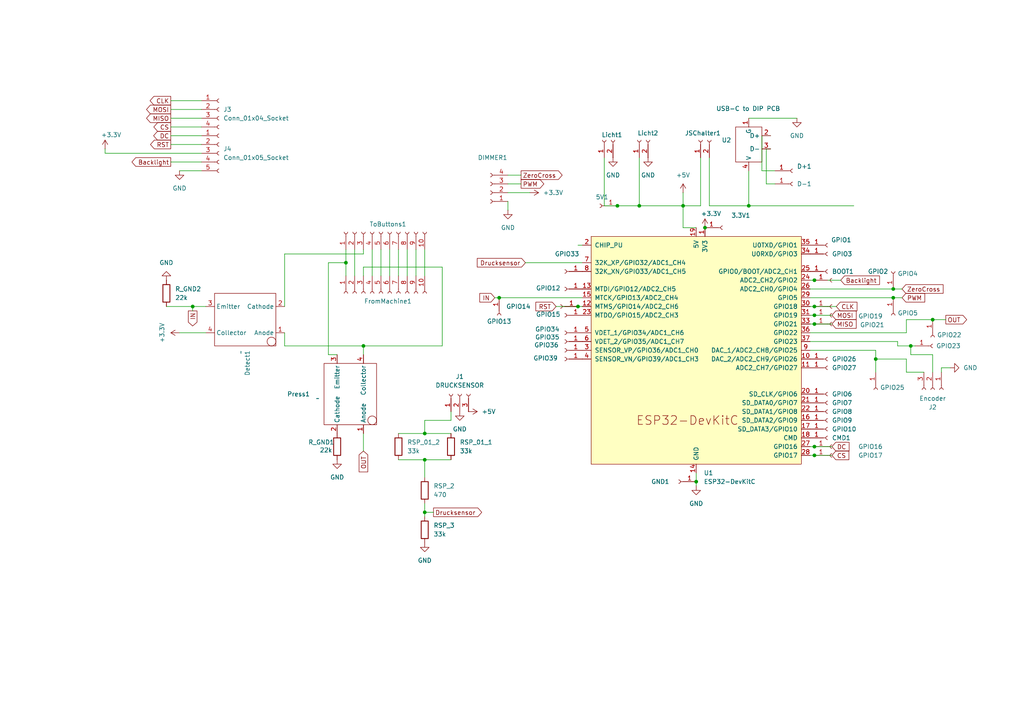
<source format=kicad_sch>
(kicad_sch (version 20231120) (generator "eeschema") (generator_version "8.0")
  (paper "A4")
  (lib_symbols
    (symbol "Connector:Conn_01x01_Socket" (pin_names (offset 1.016) hide)
      (property "Reference" "J" (at 0 2.54 0))
      (property "Value" "Conn_01x01_Socket" (at 0 -2.54 0))
      (symbol "Conn_01x01_Socket_1_1"
        (polyline (pts (xy -1.27 0) (xy -0.508 0)) (stroke (width 0.1524)))
        (arc (start 0 0.508) (mid -0.5058 0) (end 0 -0.508) (stroke (width 0.1524)))
        (pin passive line (at -5.08 0 0) (length 3.81) (name "Pin_1") (number "1"))
      )
    )
    (symbol "Connector:Conn_01x02_Socket" (pin_names (offset 1.016) hide)
      (property "Reference" "J" (at 0 2.54 0))
      (property "Value" "Conn_01x02_Socket" (at 0 -5.08 0))
      (symbol "Conn_01x02_Socket_1_1"
        (arc (start 0 -2.032) (mid -0.5058 -2.54) (end 0 -3.048) (stroke (width 0.1524)))
        (polyline (pts (xy -1.27 -2.54) (xy -0.508 -2.54)) (stroke (width 0.1524)))
        (polyline (pts (xy -1.27 0) (xy -0.508 0)) (stroke (width 0.1524)))
        (arc (start 0 0.508) (mid -0.5058 0) (end 0 -0.508) (stroke (width 0.1524)))
        (pin passive line (at -5.08 0 0) (length 3.81) (name "Pin_1") (number "1"))
        (pin passive line (at -5.08 -2.54 0) (length 3.81) (name "Pin_2") (number "2"))
      )
    )
    (symbol "Connector:Conn_01x03_Socket" (pin_names (offset 1.016) hide)
      (property "Reference" "J" (at 0 5.08 0))
      (property "Value" "Conn_01x03_Socket" (at 0 -5.08 0))
      (symbol "Conn_01x03_Socket_1_1"
        (arc (start 0 -2.032) (mid -0.5058 -2.54) (end 0 -3.048) (stroke (width 0.1524)))
        (polyline (pts (xy -1.27 -2.54) (xy -0.508 -2.54)) (stroke (width 0.1524)))
        (polyline (pts (xy -1.27 0) (xy -0.508 0)) (stroke (width 0.1524)))
        (polyline (pts (xy -1.27 2.54) (xy -0.508 2.54)) (stroke (width 0.1524)))
        (arc (start 0 0.508) (mid -0.5058 0) (end 0 -0.508) (stroke (width 0.1524)))
        (arc (start 0 3.048) (mid -0.5058 2.54) (end 0 2.032) (stroke (width 0.1524)))
        (pin passive line (at -5.08 2.54 0) (length 3.81) (name "Pin_1") (number "1"))
        (pin passive line (at -5.08 0 0) (length 3.81) (name "Pin_2") (number "2"))
        (pin passive line (at -5.08 -2.54 0) (length 3.81) (name "Pin_3") (number "3"))
      )
    )
    (symbol "Connector:Conn_01x04_Socket" (pin_names (offset 1.016) hide)
      (property "Reference" "J" (at 0 5.08 0))
      (property "Value" "Conn_01x04_Socket" (at 0 -7.62 0))
      (symbol "Conn_01x04_Socket_1_1"
        (arc (start 0 -4.572) (mid -0.5058 -5.08) (end 0 -5.588) (stroke (width 0.1524)))
        (arc (start 0 -2.032) (mid -0.5058 -2.54) (end 0 -3.048) (stroke (width 0.1524)))
        (polyline (pts (xy -1.27 -5.08) (xy -0.508 -5.08)) (stroke (width 0.1524)))
        (polyline (pts (xy -1.27 -2.54) (xy -0.508 -2.54)) (stroke (width 0.1524)))
        (polyline (pts (xy -1.27 0) (xy -0.508 0)) (stroke (width 0.1524)))
        (polyline (pts (xy -1.27 2.54) (xy -0.508 2.54)) (stroke (width 0.1524)))
        (arc (start 0 0.508) (mid -0.5058 0) (end 0 -0.508) (stroke (width 0.1524)))
        (arc (start 0 3.048) (mid -0.5058 2.54) (end 0 2.032) (stroke (width 0.1524)))
        (pin passive line (at -5.08 2.54 0) (length 3.81) (name "Pin_1") (number "1"))
        (pin passive line (at -5.08 0 0) (length 3.81) (name "Pin_2") (number "2"))
        (pin passive line (at -5.08 -2.54 0) (length 3.81) (name "Pin_3") (number "3"))
        (pin passive line (at -5.08 -5.08 0) (length 3.81) (name "Pin_4") (number "4"))
      )
    )
    (symbol "Connector:Conn_01x05_Socket" (pin_names (offset 1.016) hide)
      (property "Reference" "J" (at 0 7.62 0))
      (property "Value" "Conn_01x05_Socket" (at 0 -7.62 0))
      (symbol "Conn_01x05_Socket_1_1"
        (arc (start 0 -4.572) (mid -0.5058 -5.08) (end 0 -5.588) (stroke (width 0.1524)))
        (arc (start 0 -2.032) (mid -0.5058 -2.54) (end 0 -3.048) (stroke (width 0.1524)))
        (polyline (pts (xy -1.27 -5.08) (xy -0.508 -5.08)) (stroke (width 0.1524)))
        (polyline (pts (xy -1.27 -2.54) (xy -0.508 -2.54)) (stroke (width 0.1524)))
        (polyline (pts (xy -1.27 0) (xy -0.508 0)) (stroke (width 0.1524)))
        (polyline (pts (xy -1.27 2.54) (xy -0.508 2.54)) (stroke (width 0.1524)))
        (polyline (pts (xy -1.27 5.08) (xy -0.508 5.08)) (stroke (width 0.1524)))
        (arc (start 0 0.508) (mid -0.5058 0) (end 0 -0.508) (stroke (width 0.1524)))
        (arc (start 0 3.048) (mid -0.5058 2.54) (end 0 2.032) (stroke (width 0.1524)))
        (arc (start 0 5.588) (mid -0.5058 5.08) (end 0 4.572) (stroke (width 0.1524)))
        (pin passive line (at -5.08 5.08 0) (length 3.81) (name "Pin_1") (number "1"))
        (pin passive line (at -5.08 2.54 0) (length 3.81) (name "Pin_2") (number "2"))
        (pin passive line (at -5.08 0 0) (length 3.81) (name "Pin_3") (number "3"))
        (pin passive line (at -5.08 -2.54 0) (length 3.81) (name "Pin_4") (number "4"))
        (pin passive line (at -5.08 -5.08 0) (length 3.81) (name "Pin_5") (number "5"))
      )
    )
    (symbol "Connector:Conn_01x10_Socket" (pin_names (offset 1.016) hide)
      (property "Reference" "J" (at 0 12.7 0))
      (property "Value" "Conn_01x10_Socket" (at 0 -15.24 0))
      (symbol "Conn_01x10_Socket_1_1"
        (arc (start 0 -12.192) (mid -0.5058 -12.7) (end 0 -13.208) (stroke (width 0.1524)))
        (arc (start 0 -9.652) (mid -0.5058 -10.16) (end 0 -10.668) (stroke (width 0.1524)))
        (arc (start 0 -7.112) (mid -0.5058 -7.62) (end 0 -8.128) (stroke (width 0.1524)))
        (arc (start 0 -4.572) (mid -0.5058 -5.08) (end 0 -5.588) (stroke (width 0.1524)))
        (arc (start 0 -2.032) (mid -0.5058 -2.54) (end 0 -3.048) (stroke (width 0.1524)))
        (polyline (pts (xy -1.27 -12.7) (xy -0.508 -12.7)) (stroke (width 0.1524)))
        (polyline (pts (xy -1.27 -10.16) (xy -0.508 -10.16)) (stroke (width 0.1524)))
        (polyline (pts (xy -1.27 -7.62) (xy -0.508 -7.62)) (stroke (width 0.1524)))
        (polyline (pts (xy -1.27 -5.08) (xy -0.508 -5.08)) (stroke (width 0.1524)))
        (polyline (pts (xy -1.27 -2.54) (xy -0.508 -2.54)) (stroke (width 0.1524)))
        (polyline (pts (xy -1.27 0) (xy -0.508 0)) (stroke (width 0.1524)))
        (polyline (pts (xy -1.27 2.54) (xy -0.508 2.54)) (stroke (width 0.1524)))
        (polyline (pts (xy -1.27 5.08) (xy -0.508 5.08)) (stroke (width 0.1524)))
        (polyline (pts (xy -1.27 7.62) (xy -0.508 7.62)) (stroke (width 0.1524)))
        (polyline (pts (xy -1.27 10.16) (xy -0.508 10.16)) (stroke (width 0.1524)))
        (arc (start 0 0.508) (mid -0.5058 0) (end 0 -0.508) (stroke (width 0.1524)))
        (arc (start 0 3.048) (mid -0.5058 2.54) (end 0 2.032) (stroke (width 0.1524)))
        (arc (start 0 5.588) (mid -0.5058 5.08) (end 0 4.572) (stroke (width 0.1524)))
        (arc (start 0 8.128) (mid -0.5058 7.62) (end 0 7.112) (stroke (width 0.1524)))
        (arc (start 0 10.668) (mid -0.5058 10.16) (end 0 9.652) (stroke (width 0.1524)))
        (pin passive line (at -5.08 10.16 0) (length 3.81) (name "Pin_1") (number "1"))
        (pin passive line (at -5.08 -12.7 0) (length 3.81) (name "Pin_10") (number "10"))
        (pin passive line (at -5.08 7.62 0) (length 3.81) (name "Pin_2") (number "2"))
        (pin passive line (at -5.08 5.08 0) (length 3.81) (name "Pin_3") (number "3"))
        (pin passive line (at -5.08 2.54 0) (length 3.81) (name "Pin_4") (number "4"))
        (pin passive line (at -5.08 0 0) (length 3.81) (name "Pin_5") (number "5"))
        (pin passive line (at -5.08 -2.54 0) (length 3.81) (name "Pin_6") (number "6"))
        (pin passive line (at -5.08 -5.08 0) (length 3.81) (name "Pin_7") (number "7"))
        (pin passive line (at -5.08 -7.62 0) (length 3.81) (name "Pin_8") (number "8"))
        (pin passive line (at -5.08 -10.16 0) (length 3.81) (name "Pin_9") (number "9"))
      )
    )
    (symbol "Device:R" (pin_numbers hide) (pin_names (offset 0))
      (property "Reference" "R" (at 2.032 0 90))
      (property "Value" "R" (at 0 0 90))
      (symbol "R_0_1"
        (rectangle (start -1.016 -2.54) (end 1.016 2.54) (stroke (width 0.254)))
      )
      (symbol "R_1_1"
        (pin passive line (at 0 3.81 270) (length 1.27) (name "~") (number "1"))
        (pin passive line (at 0 -3.81 90) (length 1.27) (name "~") (number "2"))
      )
    )
    (symbol "PCM_Espressif:ESP32-DevKitC" (pin_names (offset 1.016))
      (property "Reference" "U" (at -30.48 38.1 0))
      (property "Value" "ESP32-DevKitC" (at -30.48 35.56 0))
      (symbol "ESP32-DevKitC_0_0"
        (text "ESP32-DevKitC" (at -2.54 -20.32 0) (effects (font (size 2.54 2.54))))
        (pin power_in line (at 0 -35.56 90) (length 2.54) (name "GND") (number "14"))
        (pin power_in line (at 0 35.56 270) (length 2.54) (name "5V") (number "19"))
      )
      (symbol "ESP32-DevKitC_0_1"
        (rectangle (start -30.48 33.02) (end 30.48 -33.02) (fill (type background)))
      )
      (symbol "ESP32-DevKitC_1_1"
        (pin power_in line (at 2.54 35.56 270) (length 2.54) (name "3V3") (number "1"))
        (pin bidirectional line (at 33.02 -2.54 180) (length 2.54) (name "DAC_2/ADC2_CH9/GPIO26") (number "10"))
        (pin bidirectional line (at 33.02 -5.08 180) (length 2.54) (name "ADC2_CH7/GPIO27") (number "11"))
        (pin bidirectional line (at -33.02 12.7 0) (length 2.54) (name "MTMS/GPIO14/ADC2_CH6") (number "12"))
        (pin bidirectional line (at -33.02 17.78 0) (length 2.54) (name "MTDI/GPIO12/ADC2_CH5") (number "13"))
        (pin bidirectional line (at -33.02 15.24 0) (length 2.54) (name "MTCK/GPIO13/ADC2_CH4") (number "15"))
        (pin bidirectional line (at 33.02 -20.32 180) (length 2.54) (name "SD_DATA2/GPIO9") (number "16"))
        (pin bidirectional line (at 33.02 -22.86 180) (length 2.54) (name "SD_DATA3/GPIO10") (number "17"))
        (pin bidirectional line (at 33.02 -25.4 180) (length 2.54) (name "CMD") (number "18"))
        (pin input line (at -33.02 30.48 0) (length 2.54) (name "CHIP_PU") (number "2"))
        (pin bidirectional line (at 33.02 -12.7 180) (length 2.54) (name "SD_CLK/GPIO6") (number "20"))
        (pin bidirectional line (at 33.02 -15.24 180) (length 2.54) (name "SD_DATA0/GPIO7") (number "21"))
        (pin bidirectional line (at 33.02 -17.78 180) (length 2.54) (name "SD_DATA1/GPIO8") (number "22"))
        (pin bidirectional line (at -33.02 10.16 0) (length 2.54) (name "MTDO/GPIO15/ADC2_CH3") (number "23"))
        (pin bidirectional line (at 33.02 20.32 180) (length 2.54) (name "ADC2_CH2/GPIO2") (number "24"))
        (pin bidirectional line (at 33.02 22.86 180) (length 2.54) (name "GPIO0/BOOT/ADC2_CH1") (number "25"))
        (pin bidirectional line (at 33.02 17.78 180) (length 2.54) (name "ADC2_CH0/GPIO4") (number "26"))
        (pin bidirectional line (at 33.02 -27.94 180) (length 2.54) (name "GPIO16") (number "27"))
        (pin bidirectional line (at 33.02 -30.48 180) (length 2.54) (name "GPIO17") (number "28"))
        (pin bidirectional line (at 33.02 15.24 180) (length 2.54) (name "GPIO5") (number "29"))
        (pin input line (at -33.02 0 0) (length 2.54) (name "SENSOR_VP/GPIO36/ADC1_CH0") (number "3"))
        (pin bidirectional line (at 33.02 12.7 180) (length 2.54) (name "GPIO18") (number "30"))
        (pin bidirectional line (at 33.02 10.16 180) (length 2.54) (name "GPIO19") (number "31"))
        (pin passive line (at 0 -35.56 90) (length 2.54) hide (name "GND") (number "32"))
        (pin bidirectional line (at 33.02 7.62 180) (length 2.54) (name "GPIO21") (number "33"))
        (pin bidirectional line (at 33.02 27.94 180) (length 2.54) (name "U0RXD/GPIO3") (number "34"))
        (pin bidirectional line (at 33.02 30.48 180) (length 2.54) (name "U0TXD/GPIO1") (number "35"))
        (pin bidirectional line (at 33.02 5.08 180) (length 2.54) (name "GPIO22") (number "36"))
        (pin bidirectional line (at 33.02 2.54 180) (length 2.54) (name "GPIO23") (number "37"))
        (pin passive line (at 0 -35.56 90) (length 2.54) hide (name "GND") (number "38"))
        (pin input line (at -33.02 -2.54 0) (length 2.54) (name "SENSOR_VN/GPIO39/ADC1_CH3") (number "4"))
        (pin input line (at -33.02 5.08 0) (length 2.54) (name "VDET_1/GPIO34/ADC1_CH6") (number "5"))
        (pin input line (at -33.02 2.54 0) (length 2.54) (name "VDET_2/GPIO35/ADC1_CH7") (number "6"))
        (pin bidirectional line (at -33.02 25.4 0) (length 2.54) (name "32K_XP/GPIO32/ADC1_CH4") (number "7"))
        (pin bidirectional line (at -33.02 22.86 0) (length 2.54) (name "32K_XN/GPIO33/ADC1_CH5") (number "8"))
        (pin bidirectional line (at 33.02 0 180) (length 2.54) (name "DAC_1/ADC2_CH8/GPIO25") (number "9"))
      )
    )
    (symbol "mylib:HCPL-817-00AEOPTOKOPPLER"
      (property "Reference" "U" (at -5.334 12.192 0))
      (symbol "HCPL-817-00AEOPTOKOPPLER_0_1"
        (circle (center -11.43 -5.08) (radius 1.27))
        (rectangle (start 2.54 -6.35) (end -12.7 11.43))
      )
      (symbol "HCPL-817-00AEOPTOKOPPLER_1_1"
        (pin input line (at -8.89 -8.89 90) (length 2.54) (name "Anode") (number "1"))
        (pin output line (at -1.27 -8.89 90) (length 2.54) (name "Cathode") (number "2"))
        (pin output line (at -1.27 13.97 270) (length 2.54) (name "Emitter") (number "3"))
        (pin input line (at -8.89 13.97 270) (length 2.54) (name "Collector") (number "4"))
      )
    )
    (symbol "mylib:USB-C_zu_DIP_PCB"
      (property "Reference" "U" (at 0 0 0))
      (property "Value" "USB-C to DIP PCB" (at 13.462 0 0))
      (symbol "USB-C_zu_DIP_PCB_0_1"
        (rectangle (start -3.81 5.08) (end 3.81 -5.08))
      )
      (symbol "USB-C_zu_DIP_PCB_1_1"
        (pin power_out line (at 0 -7.62 90) (length 2.54) (name "G") (number "1"))
        (pin input line (at -6.35 -2.54 0) (length 2.54) (name "D+") (number "2"))
        (pin input line (at -6.35 1.27 0) (length 2.54) (name "D-") (number "3"))
        (pin power_out line (at 0 7.62 270) (length 2.54) (name "V") (number "4"))
      )
    )
    (symbol "power:+3.3V" (power) (pin_numbers hide) (pin_names (offset 0) hide)
      (property "Value" "+3.3V" (at 0 3.556 0))
      (symbol "+3.3V_0_1"
        (polyline (pts (xy -0.762 1.27) (xy 0 2.54)))
        (polyline (pts (xy 0 0) (xy 0 2.54)))
        (polyline (pts (xy 0 2.54) (xy 0.762 1.27)))
      )
      (symbol "+3.3V_1_1"
        (pin power_in line (at 0 0 90) (length 0) (name "~") (number "1"))
      )
    )
    (symbol "power:+5V" (power) (pin_numbers hide) (pin_names (offset 0) hide)
      (property "Value" "+5V" (at 0 3.556 0))
      (symbol "+5V_0_1"
        (polyline (pts (xy -0.762 1.27) (xy 0 2.54)))
        (polyline (pts (xy 0 0) (xy 0 2.54)))
        (polyline (pts (xy 0 2.54) (xy 0.762 1.27)))
      )
      (symbol "+5V_1_1"
        (pin power_in line (at 0 0 90) (length 0) (name "~") (number "1"))
      )
    )
    (symbol "power:GND" (power) (pin_numbers hide) (pin_names (offset 0) hide)
      (property "Value" "GND" (at 0 -3.81 0))
      (symbol "GND_0_1"
        (polyline (pts (xy 0 0) (xy 0 -1.27) (xy 1.27 -1.27) (xy 0 -2.54) (xy -1.27 -1.27) (xy 0 -1.27)))
      )
      (symbol "GND_1_1"
        (pin power_in line (at 0 0 270) (length 0) (name "~") (number "1"))
      )
    )
  )
  (junction (at 236.22 88.9))
  (junction (at 185.42 59.69))
  (junction (at 236.22 81.28))
  (junction (at 236.22 132.08))
  (junction (at 123.19 133.35))
  (junction (at 55.88 88.9))
  (junction (at 105.41 100.33))
  (junction (at 217.17 59.69))
  (junction (at 204.47 66.04))
  (junction (at 259.08 86.36))
  (junction (at 144.78 86.36))
  (junction (at 123.19 148.59))
  (junction (at 270.51 92.71))
  (junction (at 123.19 125.73))
  (junction (at 236.22 93.98))
  (junction (at 236.22 91.44))
  (junction (at 201.93 139.7))
  (junction (at 254 104.14))
  (junction (at 198.12 59.69))
  (junction (at 167.64 88.9))
  (junction (at 236.22 129.54))
  (junction (at 179.07 59.69))
  (junction (at 259.08 83.82))
  (junction (at 100.33 76.2))
  (junction (at 264.16 100.33))
  (wire (pts (xy 105.41 102.87) (xy 105.41 100.33)))
  (wire (pts (xy 261.62 83.82) (xy 259.08 83.82)))
  (wire (pts (xy 123.19 121.92) (xy 130.81 121.92)))
  (wire (pts (xy 49.53 29.21) (xy 58.42 29.21)))
  (wire (pts (xy 82.55 73.66) (xy 105.41 73.66)))
  (wire (pts (xy 220.98 49.53) (xy 224.79 49.53)))
  (wire (pts (xy 52.07 96.52) (xy 59.69 96.52)))
  (wire (pts (xy 217.17 34.29) (xy 231.14 34.29)))
  (wire (pts (xy 49.53 31.75) (xy 58.42 31.75)))
  (wire (pts (xy 105.41 80.01) (xy 105.41 77.47)))
  (wire (pts (xy 236.22 81.28) (xy 243.84 81.28)))
  (wire (pts (xy 49.53 36.83) (xy 58.42 36.83)))
  (wire (pts (xy 49.53 39.37) (xy 58.42 39.37)))
  (wire (pts (xy 198.12 66.04) (xy 201.93 66.04)))
  (wire (pts (xy 123.19 125.73) (xy 130.81 125.73)))
  (wire (pts (xy 123.19 148.59) (xy 123.19 149.86)))
  (wire (pts (xy 113.03 72.39) (xy 113.03 80.01)))
  (wire (pts (xy 264.16 102.87) (xy 264.16 100.33)))
  (wire (pts (xy 49.53 34.29) (xy 58.42 34.29)))
  (wire (pts (xy 262.89 104.14) (xy 254 104.14)))
  (wire (pts (xy 95.25 76.2) (xy 100.33 76.2)))
  (wire (pts (xy 234.95 101.6) (xy 254 101.6)))
  (wire (pts (xy 267.97 107.95) (xy 262.89 107.95)))
  (wire (pts (xy 236.22 93.98) (xy 241.3 93.98)))
  (wire (pts (xy 261.62 86.36) (xy 259.08 86.36)))
  (wire (pts (xy 198.12 55.88) (xy 198.12 59.69)))
  (wire (pts (xy 234.95 93.98) (xy 236.22 93.98)))
  (wire (pts (xy 201.93 139.7) (xy 201.93 140.97)))
  (wire (pts (xy 115.57 125.73) (xy 123.19 125.73)))
  (wire (pts (xy 234.95 99.06) (xy 260.35 99.06)))
  (wire (pts (xy 110.49 72.39) (xy 110.49 80.01)))
  (wire (pts (xy 262.89 96.52) (xy 262.89 92.71)))
  (wire (pts (xy 105.41 73.66) (xy 105.41 72.39)))
  (wire (pts (xy 123.19 146.05) (xy 123.19 148.59)))
  (wire (pts (xy 52.07 49.53) (xy 58.42 49.53)))
  (wire (pts (xy 55.88 90.17) (xy 55.88 88.9)))
  (wire (pts (xy 120.65 72.39) (xy 120.65 80.01)))
  (wire (pts (xy 234.95 91.44) (xy 236.22 91.44)))
  (wire (pts (xy 259.08 83.82) (xy 234.95 83.82)))
  (wire (pts (xy 205.74 59.69) (xy 217.17 59.69)))
  (wire (pts (xy 95.25 76.2) (xy 95.25 102.87)))
  (wire (pts (xy 115.57 72.39) (xy 115.57 80.01)))
  (wire (pts (xy 105.41 130.81) (xy 105.41 125.73)))
  (wire (pts (xy 270.51 102.87) (xy 264.16 102.87)))
  (wire (pts (xy 254 104.14) (xy 254 107.95)))
  (wire (pts (xy 49.53 46.99) (xy 58.42 46.99)))
  (wire (pts (xy 128.27 77.47) (xy 128.27 100.33)))
  (wire (pts (xy 236.22 91.44) (xy 241.3 91.44)))
  (wire (pts (xy 105.41 77.47) (xy 128.27 77.47)))
  (wire (pts (xy 179.07 59.69) (xy 185.42 59.69)))
  (wire (pts (xy 118.11 72.39) (xy 118.11 80.01)))
  (wire (pts (xy 48.26 88.9) (xy 55.88 88.9)))
  (wire (pts (xy 273.05 107.95) (xy 273.05 106.68)))
  (wire (pts (xy 234.95 132.08) (xy 236.22 132.08)))
  (wire (pts (xy 175.26 45.72) (xy 175.26 59.69)))
  (wire (pts (xy 128.27 100.33) (xy 105.41 100.33)))
  (wire (pts (xy 161.29 88.9) (xy 167.64 88.9)))
  (wire (pts (xy 143.51 86.36) (xy 144.78 86.36)))
  (wire (pts (xy 175.26 59.69) (xy 179.07 59.69)))
  (wire (pts (xy 49.53 41.91) (xy 58.42 41.91)))
  (wire (pts (xy 203.2 45.72) (xy 203.2 59.69)))
  (wire (pts (xy 236.22 132.08) (xy 241.3 132.08)))
  (wire (pts (xy 30.48 44.45) (xy 58.42 44.45)))
  (wire (pts (xy 144.78 86.36) (xy 168.91 86.36)))
  (wire (pts (xy 95.25 102.87) (xy 97.79 102.87)))
  (wire (pts (xy 130.81 121.92) (xy 130.81 119.38)))
  (wire (pts (xy 265.43 100.33) (xy 264.16 100.33)))
  (wire (pts (xy 115.57 133.35) (xy 123.19 133.35)))
  (wire (pts (xy 205.74 45.72) (xy 205.74 59.69)))
  (wire (pts (xy 185.42 59.69) (xy 198.12 59.69)))
  (wire (pts (xy 234.95 88.9) (xy 236.22 88.9)))
  (wire (pts (xy 123.19 121.92) (xy 123.19 125.73)))
  (wire (pts (xy 153.67 55.88) (xy 147.32 55.88)))
  (wire (pts (xy 152.4 76.2) (xy 168.91 76.2)))
  (wire (pts (xy 102.87 72.39) (xy 102.87 80.01)))
  (wire (pts (xy 167.64 88.9) (xy 168.91 88.9)))
  (wire (pts (xy 234.95 81.28) (xy 236.22 81.28)))
  (wire (pts (xy 185.42 45.72) (xy 185.42 59.69)))
  (wire (pts (xy 201.93 137.16) (xy 201.93 139.7)))
  (wire (pts (xy 123.19 138.43) (xy 123.19 133.35)))
  (wire (pts (xy 270.51 107.95) (xy 270.51 102.87)))
  (wire (pts (xy 260.35 100.33) (xy 260.35 99.06)))
  (wire (pts (xy 259.08 86.36) (xy 234.95 86.36)))
  (wire (pts (xy 236.22 88.9) (xy 242.57 88.9)))
  (wire (pts (xy 198.12 59.69) (xy 198.12 66.04)))
  (wire (pts (xy 151.13 53.34) (xy 147.32 53.34)))
  (wire (pts (xy 100.33 72.39) (xy 100.33 76.2)))
  (wire (pts (xy 30.48 43.18) (xy 30.48 44.45)))
  (wire (pts (xy 123.19 133.35) (xy 130.81 133.35)))
  (wire (pts (xy 167.64 71.12) (xy 168.91 71.12)))
  (wire (pts (xy 223.52 39.37) (xy 220.98 39.37)))
  (wire (pts (xy 100.33 76.2) (xy 100.33 80.01)))
  (wire (pts (xy 274.32 92.71) (xy 270.51 92.71)))
  (wire (pts (xy 222.25 53.34) (xy 224.79 53.34)))
  (wire (pts (xy 222.25 43.18) (xy 222.25 53.34)))
  (wire (pts (xy 234.95 96.52) (xy 262.89 96.52)))
  (wire (pts (xy 262.89 107.95) (xy 262.89 104.14)))
  (wire (pts (xy 217.17 59.69) (xy 247.65 59.69)))
  (wire (pts (xy 236.22 129.54) (xy 241.3 129.54)))
  (wire (pts (xy 273.05 106.68) (xy 275.59 106.68)))
  (wire (pts (xy 82.55 96.52) (xy 82.55 100.33)))
  (wire (pts (xy 107.95 72.39) (xy 107.95 80.01)))
  (wire (pts (xy 254 101.6) (xy 254 104.14)))
  (wire (pts (xy 125.73 148.59) (xy 123.19 148.59)))
  (wire (pts (xy 264.16 100.33) (xy 260.35 100.33)))
  (wire (pts (xy 203.2 59.69) (xy 198.12 59.69)))
  (wire (pts (xy 82.55 88.9) (xy 82.55 73.66)))
  (wire (pts (xy 55.88 88.9) (xy 59.69 88.9)))
  (wire (pts (xy 123.19 72.39) (xy 123.19 80.01)))
  (wire (pts (xy 220.98 39.37) (xy 220.98 49.53)))
  (wire (pts (xy 151.13 50.8) (xy 147.32 50.8)))
  (wire (pts (xy 262.89 92.71) (xy 270.51 92.71)))
  (wire (pts (xy 223.52 43.18) (xy 222.25 43.18)))
  (wire (pts (xy 147.32 60.96) (xy 147.32 58.42)))
  (wire (pts (xy 234.95 129.54) (xy 236.22 129.54)))
  (wire (pts (xy 217.17 49.53) (xy 217.17 59.69)))
  (wire (pts (xy 82.55 100.33) (xy 105.41 100.33)))
  (global_label "CS" (shape output) (at 49.53 36.83 180) (property "Intersheetrefs" "${INTERSHEET_REFS}" (effects (hide yes))))
  (global_label "DC" (shape output) (at 49.53 39.37 180) (property "Intersheetrefs" "${INTERSHEET_REFS}" (effects (hide yes))))
  (global_label "CS" (shape input) (at 241.3 132.08 0) (property "Intersheetrefs" "${INTERSHEET_REFS}" (effects (hide yes))))
  (global_label "Drucksensor" (shape input) (at 152.4 76.2 180) (property "Intersheetrefs" "${INTERSHEET_REFS}" (effects (hide yes))))
  (global_label "IN" (shape input) (at 143.51 86.36 180) (property "Intersheetrefs" "${INTERSHEET_REFS}" (effects (hide yes))))
  (global_label "DC" (shape input) (at 241.3 129.54 0) (property "Intersheetrefs" "${INTERSHEET_REFS}" (effects (hide yes))))
  (global_label "RST" (shape input) (at 161.29 88.9 180) (property "Intersheetrefs" "${INTERSHEET_REFS}" (effects (hide yes))))
  (global_label "CLK" (shape input) (at 242.57 88.9 0) (property "Intersheetrefs" "${INTERSHEET_REFS}" (effects (hide yes))))
  (global_label "MISO" (shape input) (at 241.3 93.98 0) (property "Intersheetrefs" "${INTERSHEET_REFS}" (effects (hide yes))))
  (global_label "OUT" (shape input) (at 105.41 130.81 270) (property "Intersheetrefs" "${INTERSHEET_REFS}" (effects (hide yes))))
  (global_label "RST" (shape output) (at 49.53 41.91 180) (property "Intersheetrefs" "${INTERSHEET_REFS}" (effects (hide yes))))
  (global_label "OUT" (shape output) (at 274.32 92.71 0) (property "Intersheetrefs" "${INTERSHEET_REFS}" (effects (hide yes))))
  (global_label "CLK" (shape output) (at 49.53 29.21 180) (property "Intersheetrefs" "${INTERSHEET_REFS}" (effects (hide yes))))
  (global_label "Drucksensor" (shape output) (at 125.73 148.59 0) (property "Intersheetrefs" "${INTERSHEET_REFS}" (effects (hide yes))))
  (global_label "Backlight" (shape input) (at 243.84 81.28 0) (property "Intersheetrefs" "${INTERSHEET_REFS}" (effects (hide yes))))
  (global_label "Backlight" (shape output) (at 49.53 46.99 180) (property "Intersheetrefs" "${INTERSHEET_REFS}" (effects (hide yes))))
  (global_label "PWM" (shape input) (at 261.62 86.36 0) (property "Intersheetrefs" "${INTERSHEET_REFS}" (effects (hide yes))))
  (global_label "PWM" (shape output) (at 151.13 53.34 0) (property "Intersheetrefs" "${INTERSHEET_REFS}" (effects (hide yes))))
  (global_label "ZeroCross" (shape input) (at 261.62 83.82 0) (property "Intersheetrefs" "${INTERSHEET_REFS}" (effects (hide yes))))
  (global_label "MOSI" (shape input) (at 241.3 91.44 0) (property "Intersheetrefs" "${INTERSHEET_REFS}" (effects (hide yes))))
  (global_label "MOSI" (shape output) (at 49.53 31.75 180) (property "Intersheetrefs" "${INTERSHEET_REFS}" (effects (hide yes))))
  (global_label "IN" (shape output) (at 55.88 90.17 270) (property "Intersheetrefs" "${INTERSHEET_REFS}" (effects (hide yes))))
  (global_label "MISO" (shape output) (at 49.53 34.29 180) (property "Intersheetrefs" "${INTERSHEET_REFS}" (effects (hide yes))))
  (global_label "ZeroCross" (shape output) (at 151.13 50.8 0) (property "Intersheetrefs" "${INTERSHEET_REFS}" (effects (hide yes))))
  (symbol (lib_id "Connector:Conn_01x01_Socket") (at 144.78 91.44 270) (unit 1)
    (property "Reference" "GPIO13" (at 141.224 93.218 90) (effects (justify left)))
    (property "Value" "Conn_01x01_Socket" (effects (hide yes)))
    (property "Footprint" "Connector_PinHeader_2.54mm:PinHeader_1x01_P2.54mm_Vertical" (effects (hide yes)))
    (property "Description" "Generic connector, single row, 01x01, script generated" (effects (hide yes)))
  )
  (symbol (lib_id "power:+3.3V") (at 204.47 66.04 0) (unit 1)
    (property "Reference" "#PWR07" (effects (hide yes)))
    (property "Value" "+3.3V" (at 206.248 61.976 0))
    (property "Description" "Power symbol creates a global label with name \"+3.3V\"" (effects (hide yes)))
  )
  (symbol (lib_id "Connector:Conn_01x03_Socket") (at 270.51 113.03 270) (unit 1)
    (property "Reference" "J2" (at 270.51 118.11 90))
    (property "Value" "Encoder" (at 270.51 115.57 90))
    (property "Footprint" "Connector_JST:JST_XH_B3B-XH-A_1x03_P2.50mm_Vertical" (effects (hide yes)))
    (property "Description" "Generic connector, single row, 01x03, script generated" (effects (hide yes)))
  )
  (symbol (lib_id "Device:R") (at 97.79 129.54 0) (unit 1)
    (property "Reference" "R_GND1" (at 89.408 128.27 0) (effects (justify left)))
    (property "Value" "22k" (at 92.71 130.556 0) (effects (justify left)))
    (property "Footprint" "Resistor_THT:R_Axial_DIN0207_L6.3mm_D2.5mm_P10.16mm_Horizontal" (effects (hide yes)))
    (property "Description" "Resistor" (effects (hide yes)))
  )
  (symbol (lib_id "Connector:Conn_01x01_Socket") (at 240.03 73.66 0) (unit 1)
    (property "Reference" "GPIO3" (at 241.3 73.6599 0) (effects (justify left)))
    (property "Value" "Conn_01x01_Socket" (effects (hide yes)))
    (property "Footprint" "Connector_PinHeader_2.54mm:PinHeader_1x01_P2.54mm_Vertical" (effects (hide yes)))
    (property "Description" "Generic connector, single row, 01x01, script generated" (effects (hide yes)))
  )
  (symbol (lib_id "Connector:Conn_01x01_Socket") (at 240.03 114.3 0) (unit 1)
    (property "Reference" "GPIO6" (at 241.3 114.2999 0) (effects (justify left)))
    (property "Value" "Conn_01x01_Socket" (effects (hide yes)))
    (property "Footprint" "Connector_PinHeader_2.54mm:PinHeader_1x01_P2.54mm_Vertical" (effects (hide yes)))
    (property "Description" "Generic connector, single row, 01x01, script generated" (effects (hide yes)))
  )
  (symbol (lib_id "Connector:Conn_01x01_Socket") (at 163.83 104.14 180) (unit 1)
    (property "Reference" "GPIO39" (at 158.242 103.886 0))
    (property "Value" "Conn_01x01_Socket" (effects (hide yes)))
    (property "Footprint" "Connector_PinHeader_2.54mm:PinHeader_1x01_P2.54mm_Vertical" (effects (hide yes)))
    (property "Description" "Generic connector, single row, 01x01, script generated" (effects (hide yes)))
  )
  (symbol (lib_id "Connector:Conn_01x04_Socket") (at 142.24 55.88 180) (unit 1)
    (property "Reference" "DIMMER1" (at 142.875 45.72 0))
    (property "Value" "Conn_01x04_Socket" (effects (hide yes)))
    (property "Footprint" "Connector_JST:JST_XH_B4B-XH-A_1x04_P2.50mm_Vertical" (effects (hide yes)))
    (property "Description" "Generic connector, single row, 01x04, script generated" (effects (hide yes)))
  )
  (symbol (lib_id "mylib:HCPL-817-00AEOPTOKOPPLER") (at 73.66 87.63 90) (unit 1)
    (property "Reference" "Detect1" (at 71.7551 101.6 0) (effects (justify right)))
    (property "Value" "~" (at 69.85 101.6 0) (effects (justify right)))
    (property "Footprint" "myLib:HCPL-817" (effects (hide yes)))
  )
  (symbol (lib_id "Connector:Conn_01x01_Socket") (at 259.08 91.44 270) (unit 1)
    (property "Reference" "GPIO5" (at 260.35 90.8049 90) (effects (justify left)))
    (property "Value" "Conn_01x01_Socket" (effects (hide yes)))
    (property "Footprint" "Connector_PinHeader_2.54mm:PinHeader_1x01_P2.54mm_Vertical" (effects (hide yes)))
    (property "Description" "Generic connector, single row, 01x01, script generated" (effects (hide yes)))
  )
  (symbol (lib_id "Connector:Conn_01x01_Socket") (at 241.3 129.54 0) (unit 1)
    (property "Reference" "GPIO16" (at 248.92 129.54 0) (effects (justify left)))
    (property "Value" "Conn_01x01_Socket" (effects (hide yes)))
    (property "Footprint" "Connector_PinHeader_2.54mm:PinHeader_1x01_P2.54mm_Vertical" (effects (hide yes)))
    (property "Description" "Generic connector, single row, 01x01, script generated" (effects (hide yes)))
  )
  (symbol (lib_id "power:GND") (at 147.32 60.96 0) (unit 1)
    (property "Reference" "#PWR010" (effects (hide yes)))
    (property "Value" "GND" (at 147.32 66.04 0))
    (property "Description" "Power symbol creates a global label with name \"GND\" , ground" (effects (hide yes)))
  )
  (symbol (lib_id "power:GND") (at 187.96 45.72 0) (unit 1)
    (property "Reference" "#PWR013" (effects (hide yes)))
    (property "Value" "GND" (at 187.96 50.8 0))
    (property "Description" "Power symbol creates a global label with name \"GND\" , ground" (effects (hide yes)))
  )
  (symbol (lib_id "Connector:Conn_01x01_Socket") (at 240.03 119.38 0) (unit 1)
    (property "Reference" "GPIO8" (at 241.3 119.3799 0) (effects (justify left)))
    (property "Value" "Conn_01x01_Socket" (effects (hide yes)))
    (property "Footprint" "Connector_PinHeader_2.54mm:PinHeader_1x01_P2.54mm_Vertical" (effects (hide yes)))
    (property "Description" "Generic connector, single row, 01x01, script generated" (effects (hide yes)))
  )
  (symbol (lib_id "power:GND") (at 52.07 49.53 0) (unit 1)
    (property "Reference" "#PWR016" (effects (hide yes)))
    (property "Value" "GND" (at 52.07 54.61 0))
    (property "Description" "Power symbol creates a global label with name \"GND\" , ground" (effects (hide yes)))
  )
  (symbol (lib_id "Connector:Conn_01x02_Socket") (at 203.2 40.64 90) (unit 1)
    (property "Reference" "JSChalter1" (at 198.628 38.608 90) (effects (justify right)))
    (property "Value" "Conn_01x02_Socket" (effects (hide yes)))
    (property "Footprint" "Connector_JST:JST_EH_B2B-EH-A_1x02_P2.50mm_Vertical" (effects (hide yes)))
    (property "Description" "Generic connector, single row, 01x02, script generated" (effects (hide yes)))
  )
  (symbol (lib_id "Connector:Conn_01x01_Socket") (at 163.83 91.44 180) (unit 1)
    (property "Reference" "GPIO15" (at 159.004 91.186 0))
    (property "Value" "Conn_01x01_Socket" (effects (hide yes)))
    (property "Footprint" "Connector_PinHeader_2.54mm:PinHeader_1x01_P2.54mm_Vertical" (effects (hide yes)))
    (property "Description" "Generic connector, single row, 01x01, script generated" (effects (hide yes)))
  )
  (symbol (lib_id "Connector:Conn_01x01_Socket") (at 240.03 127 0) (unit 1)
    (property "Reference" "CMD1" (at 241.3 126.9999 0) (effects (justify left)))
    (property "Value" "Conn_01x01_Socket" (effects (hide yes)))
    (property "Footprint" "Connector_PinHeader_2.54mm:PinHeader_1x01_P2.54mm_Vertical" (effects (hide yes)))
    (property "Description" "Generic connector, single row, 01x01, script generated" (effects (hide yes)))
  )
  (symbol (lib_id "Connector:Conn_01x01_Socket") (at 229.87 49.53 0) (unit 1)
    (property "Reference" "D+1" (at 231.14 48.2599 0) (effects (justify left)))
    (property "Value" "Conn_01x01_Socket" (effects (hide yes)))
    (property "Footprint" "Connector_PinHeader_2.54mm:PinHeader_1x01_P2.54mm_Vertical" (effects (hide yes)))
    (property "Description" "Generic connector, single row, 01x01, script generated" (effects (hide yes)))
  )
  (symbol (lib_id "power:GND") (at 177.8 45.72 0) (unit 1)
    (property "Reference" "#PWR014" (effects (hide yes)))
    (property "Value" "GND" (at 177.8 50.8 0))
    (property "Description" "Power symbol creates a global label with name \"GND\" , ground" (effects (hide yes)))
  )
  (symbol (lib_id "Connector:Conn_01x05_Socket") (at 63.5 44.45 0) (unit 1)
    (property "Reference" "J4" (at 64.77 43.1799 0) (effects (justify left)))
    (property "Value" "Conn_01x05_Socket" (at 64.77 45.7199 0) (effects (justify left)))
    (property "Footprint" "Connector_JST:JST_XH_B5B-XH-A_1x05_P2.50mm_Vertical" (effects (hide yes)))
    (property "Description" "Generic connector, single row, 01x05, script generated" (effects (hide yes)))
  )
  (symbol (lib_id "mylib:HCPL-817-00AEOPTOKOPPLER") (at 96.52 116.84 0) (mirror y) (unit 1)
    (property "Reference" "Press1" (at 89.916 114.3 0) (effects (justify left)))
    (property "Value" "~" (at 92.71 115.57 0) (effects (justify left)))
    (property "Footprint" "myLib:HCPL-817" (effects (hide yes)))
  )
  (symbol (lib_id "Device:R") (at 123.19 153.67 0) (unit 1)
    (property "Reference" "RSP_3" (at 125.73 152.3999 0) (effects (justify left)))
    (property "Value" "33k" (at 125.73 154.9399 0) (effects (justify left)))
    (property "Footprint" "Resistor_THT:R_Axial_DIN0207_L6.3mm_D2.5mm_P10.16mm_Horizontal" (effects (hide yes)))
    (property "Description" "Resistor" (effects (hide yes)))
  )
  (symbol (lib_id "Device:R") (at 48.26 85.09 0) (unit 1)
    (property "Reference" "R_GND2" (at 50.8 83.8199 0) (effects (justify left)))
    (property "Value" "22k" (at 50.8 86.3599 0) (effects (justify left)))
    (property "Footprint" "Resistor_THT:R_Axial_DIN0207_L6.3mm_D2.5mm_P10.16mm_Horizontal" (effects (hide yes)))
    (property "Description" "Resistor" (effects (hide yes)))
  )
  (symbol (lib_id "Connector:Conn_01x10_Socket") (at 110.49 85.09 90) (mirror x) (unit 1)
    (property "Reference" "FromMachine1" (at 112.522 87.376 90))
    (property "Value" "Conn_01x10_Socket" (effects (hide yes)))
    (property "Footprint" "Connector_IDC:IDC-Header_2x05_P2.54mm_Vertical" (effects (hide yes)))
    (property "Description" "Generic connector, single row, 01x10, script generated" (effects (hide yes)))
  )
  (symbol (lib_id "Connector:Conn_01x10_Socket") (at 110.49 67.31 90) (unit 1)
    (property "Reference" "ToButtons1" (at 112.522 65.024 90))
    (property "Value" "Conn_01x10_Socket" (effects (hide yes)))
    (property "Footprint" "Connector_IDC:IDC-Header_2x05_P2.54mm_Vertical" (effects (hide yes)))
    (property "Description" "Generic connector, single row, 01x10, script generated" (effects (hide yes)))
  )
  (symbol (lib_id "Connector:Conn_01x01_Socket") (at 241.3 132.08 0) (unit 1)
    (property "Reference" "GPIO17" (at 248.92 132.08 0) (effects (justify left)))
    (property "Value" "Conn_01x01_Socket" (effects (hide yes)))
    (property "Footprint" "Connector_PinHeader_2.54mm:PinHeader_1x01_P2.54mm_Vertical" (effects (hide yes)))
    (property "Description" "Generic connector, single row, 01x01, script generated" (effects (hide yes)))
  )
  (symbol (lib_id "Connector:Conn_01x01_Socket") (at 196.85 139.7 180) (unit 1)
    (property "Reference" "GND1" (at 191.516 139.7 0))
    (property "Value" "Conn_01x01_Socket" (effects (hide yes)))
    (property "Footprint" "Connector_PinHeader_2.54mm:PinHeader_1x01_P2.54mm_Vertical" (effects (hide yes)))
    (property "Description" "Generic connector, single row, 01x01, script generated" (effects (hide yes)))
  )
  (symbol (lib_id "power:GND") (at 97.79 133.35 0) (unit 1)
    (property "Reference" "#PWR012" (effects (hide yes)))
    (property "Value" "GND" (at 97.79 138.43 0))
    (property "Description" "Power symbol creates a global label with name \"GND\" , ground" (effects (hide yes)))
  )
  (symbol (lib_id "PCM_Espressif:ESP32-DevKitC") (at 201.93 101.6 0) (unit 1)
    (property "Reference" "U1" (at 204.1241 137.16 0) (effects (justify left)))
    (property "Value" "ESP32-DevKitC" (at 204.1241 139.7 0) (effects (justify left)))
    (property "Footprint" "myLib:ESP32-DevKitC" (effects (hide yes)))
    (property "Datasheet" "https://docs.espressif.com/projects/esp-idf/zh_CN/latest/esp32/hw-reference/esp32/get-started-devkitc.html" (effects (hide yes)))
    (property "Description" "Development Kit" (effects (hide yes)))
  )
  (symbol (lib_id "power:+3.3V") (at 30.48 43.18 0) (unit 1)
    (property "Reference" "#PWR017" (effects (hide yes)))
    (property "Value" "+3.3V" (at 32.258 39.116 0))
    (property "Description" "Power symbol creates a global label with name \"+3.3V\"" (effects (hide yes)))
  )
  (symbol (lib_id "Connector:Conn_01x01_Socket") (at 163.83 78.74 180) (unit 1)
    (property "Reference" "GPIO33" (at 164.465 73.66 0))
    (property "Value" "Conn_01x01_Socket" (effects (hide yes)))
    (property "Footprint" "Connector_PinHeader_2.54mm:PinHeader_1x01_P2.54mm_Vertical" (effects (hide yes)))
    (property "Description" "Generic connector, single row, 01x01, script generated" (effects (hide yes)))
  )
  (symbol (lib_id "Connector:Conn_01x01_Socket") (at 270.51 100.33 0) (unit 1)
    (property "Reference" "GPIO23" (at 271.526 100.33 0) (effects (justify left)))
    (property "Value" "Conn_01x01_Socket" (effects (hide yes)))
    (property "Footprint" "Connector_PinHeader_2.54mm:PinHeader_1x01_P2.54mm_Vertical" (effects (hide yes)))
    (property "Description" "Generic connector, single row, 01x01, script generated" (effects (hide yes)))
  )
  (symbol (lib_id "Connector:Conn_01x01_Socket") (at 173.99 59.69 180) (unit 1)
    (property "Reference" "5V1" (at 174.625 57.15 0))
    (property "Value" "Conn_01x01_Socket" (effects (hide yes)))
    (property "Footprint" "Connector_PinHeader_2.54mm:PinHeader_1x01_P2.54mm_Vertical" (effects (hide yes)))
    (property "Description" "Generic connector, single row, 01x01, script generated" (effects (hide yes)))
  )
  (symbol (lib_id "Connector:Conn_01x01_Socket") (at 163.83 101.6 180) (unit 1)
    (property "Reference" "GPIO36" (at 158.496 100.076 0))
    (property "Value" "Conn_01x01_Socket" (effects (hide yes)))
    (property "Footprint" "Connector_PinHeader_2.54mm:PinHeader_1x01_P2.54mm_Vertical" (effects (hide yes)))
    (property "Description" "Generic connector, single row, 01x01, script generated" (effects (hide yes)))
  )
  (symbol (lib_id "Connector:Conn_01x01_Socket") (at 163.83 96.52 180) (unit 1)
    (property "Reference" "GPIO34" (at 158.75 95.504 0))
    (property "Value" "Conn_01x01_Socket" (effects (hide yes)))
    (property "Footprint" "Connector_PinHeader_2.54mm:PinHeader_1x01_P2.54mm_Vertical" (effects (hide yes)))
    (property "Description" "Generic connector, single row, 01x01, script generated" (effects (hide yes)))
  )
  (symbol (lib_id "Connector:Conn_01x04_Socket") (at 63.5 31.75 0) (unit 1)
    (property "Reference" "J3" (at 64.77 31.7499 0) (effects (justify left)))
    (property "Value" "Conn_01x04_Socket" (at 64.77 34.2899 0) (effects (justify left)))
    (property "Footprint" "Connector_JST:JST_XH_B4B-XH-A_1x04_P2.50mm_Vertical" (effects (hide yes)))
    (property "Description" "Generic connector, single row, 01x04, script generated" (effects (hide yes)))
  )
  (symbol (lib_id "power:+3.3V") (at 52.07 96.52 90) (unit 1)
    (property "Reference" "#PWR08" (effects (hide yes)))
    (property "Value" "+3.3V" (at 46.99 96.52 0))
    (property "Description" "Power symbol creates a global label with name \"+3.3V\"" (effects (hide yes)))
  )
  (symbol (lib_id "power:GND") (at 133.35 119.38 0) (unit 1)
    (property "Reference" "#PWR03" (effects (hide yes)))
    (property "Value" "GND" (at 133.35 124.46 0))
    (property "Description" "Power symbol creates a global label with name \"GND\" , ground" (effects (hide yes)))
  )
  (symbol (lib_id "power:GND") (at 275.59 106.68 90) (unit 1)
    (property "Reference" "#PWR015" (effects (hide yes)))
    (property "Value" "GND" (at 279.4 106.6799 90) (effects (justify right)))
    (property "Description" "Power symbol creates a global label with name \"GND\" , ground" (effects (hide yes)))
  )
  (symbol (lib_id "Connector:Conn_01x01_Socket") (at 163.83 99.06 180) (unit 1)
    (property "Reference" "GPIO35" (at 158.75 97.79 0))
    (property "Value" "Conn_01x01_Socket" (effects (hide yes)))
    (property "Footprint" "Connector_PinHeader_2.54mm:PinHeader_1x01_P2.54mm_Vertical" (effects (hide yes)))
    (property "Description" "Generic connector, single row, 01x01, script generated" (effects (hide yes)))
  )
  (symbol (lib_id "Connector:Conn_01x01_Socket") (at 241.3 91.44 0) (unit 1)
    (property "Reference" "GPIO19" (at 248.92 91.694 0) (effects (justify left)))
    (property "Value" "Conn_01x01_Socket" (effects (hide yes)))
    (property "Footprint" "Connector_PinHeader_2.54mm:PinHeader_1x01_P2.54mm_Vertical" (effects (hide yes)))
    (property "Description" "Generic connector, single row, 01x01, script generated" (effects (hide yes)))
  )
  (symbol (lib_id "mylib:USB-C_zu_DIP_PCB") (at 217.17 41.91 180) (unit 1)
    (property "Reference" "U2" (at 212.09 40.6399 0) (effects (justify left)))
    (property "Value" "USB-C to DIP PCB" (at 226.314 31.496 0) (effects (justify left)))
    (property "Footprint" "myLib:USB-C zu DIP PCB" (effects (hide yes)))
  )
  (symbol (lib_id "Connector:Conn_01x01_Socket") (at 254 113.03 270) (unit 1)
    (property "Reference" "GPIO25" (at 255.27 112.3949 90) (effects (justify left)))
    (property "Value" "Conn_01x01_Socket" (effects (hide yes)))
    (property "Footprint" "Connector_PinHeader_2.54mm:PinHeader_1x01_P2.54mm_Vertical" (effects (hide yes)))
    (property "Description" "Generic connector, single row, 01x01, script generated" (effects (hide yes)))
  )
  (symbol (lib_id "Connector:Conn_01x01_Socket") (at 240.03 124.46 0) (unit 1)
    (property "Reference" "GPIO10" (at 241.3 124.4599 0) (effects (justify left)))
    (property "Value" "Conn_01x01_Socket" (effects (hide yes)))
    (property "Footprint" "Connector_PinHeader_2.54mm:PinHeader_1x01_P2.54mm_Vertical" (effects (hide yes)))
    (property "Description" "Generic connector, single row, 01x01, script generated" (effects (hide yes)))
  )
  (symbol (lib_id "Connector:Conn_01x01_Socket") (at 229.87 53.34 0) (unit 1)
    (property "Reference" "D-1" (at 231.14 53.3399 0) (effects (justify left)))
    (property "Value" "Conn_01x01_Socket" (effects (hide yes)))
    (property "Footprint" "Connector_PinHeader_2.54mm:PinHeader_1x01_P2.54mm_Vertical" (effects (hide yes)))
    (property "Description" "Generic connector, single row, 01x01, script generated" (effects (hide yes)))
  )
  (symbol (lib_id "power:+5V") (at 198.12 55.88 0) (unit 1)
    (property "Reference" "#PWR04" (effects (hide yes)))
    (property "Value" "+5V" (at 198.12 50.8 0))
    (property "Description" "Power symbol creates a global label with name \"+5V\"" (effects (hide yes)))
  )
  (symbol (lib_id "Connector:Conn_01x01_Socket") (at 240.03 78.74 0) (unit 1)
    (property "Reference" "BOOT1" (at 241.3 78.7399 0) (effects (justify left)))
    (property "Value" "Conn_01x01_Socket" (effects (hide yes)))
    (property "Footprint" "Connector_PinHeader_2.54mm:PinHeader_1x01_P2.54mm_Vertical" (effects (hide yes)))
    (property "Description" "Generic connector, single row, 01x01, script generated" (effects (hide yes)))
  )
  (symbol (lib_id "Connector:Conn_01x01_Socket") (at 209.55 66.04 0) (unit 1)
    (property "Reference" "3.3V1" (at 212.09 62.484 0) (effects (justify left)))
    (property "Value" "Conn_01x01_Socket" (effects (hide yes)))
    (property "Footprint" "Connector_PinHeader_2.54mm:PinHeader_1x01_P2.54mm_Vertical" (effects (hide yes)))
    (property "Description" "Generic connector, single row, 01x01, script generated" (effects (hide yes)))
  )
  (symbol (lib_id "power:+3.3V") (at 153.67 55.88 270) (unit 1)
    (property "Reference" "#PWR06" (effects (hide yes)))
    (property "Value" "+3.3V" (at 157.48 55.8799 90) (effects (justify left)))
    (property "Description" "Power symbol creates a global label with name \"+3.3V\"" (effects (hide yes)))
  )
  (symbol (lib_id "power:GND") (at 201.93 140.97 0) (unit 1)
    (property "Reference" "#PWR01" (effects (hide yes)))
    (property "Value" "GND" (at 201.93 146.05 0))
    (property "Description" "Power symbol creates a global label with name \"GND\" , ground" (effects (hide yes)))
  )
  (symbol (lib_id "power:GND") (at 123.19 157.48 0) (unit 1)
    (property "Reference" "#PWR02" (effects (hide yes)))
    (property "Value" "GND" (at 123.19 162.56 0))
    (property "Description" "Power symbol creates a global label with name \"GND\" , ground" (effects (hide yes)))
  )
  (symbol (lib_id "Connector:Conn_01x01_Socket") (at 259.08 78.74 90) (unit 1)
    (property "Reference" "GPIO4" (at 260.35 79.3749 90) (effects (justify right)))
    (property "Value" "Conn_01x01_Socket" (effects (hide yes)))
    (property "Footprint" "Connector_PinHeader_2.54mm:PinHeader_1x01_P2.54mm_Vertical" (effects (hide yes)))
    (property "Description" "Generic connector, single row, 01x01, script generated" (effects (hide yes)))
  )
  (symbol (lib_id "Connector:Conn_01x01_Socket") (at 241.3 81.28 0) (unit 1)
    (property "Reference" "GPIO2" (at 251.714 78.74 0) (effects (justify left)))
    (property "Value" "Conn_01x01_Socket" (effects (hide yes)))
    (property "Footprint" "Connector_PinHeader_2.54mm:PinHeader_1x01_P2.54mm_Vertical" (effects (hide yes)))
    (property "Description" "Generic connector, single row, 01x01, script generated" (effects (hide yes)))
  )
  (symbol (lib_id "Connector:Conn_01x01_Socket") (at 240.03 71.12 0) (unit 1)
    (property "Reference" "GPIO1" (at 241.046 69.596 0) (effects (justify left)))
    (property "Value" "Conn_01x01_Socket" (effects (hide yes)))
    (property "Footprint" "Connector_PinHeader_2.54mm:PinHeader_1x01_P2.54mm_Vertical" (effects (hide yes)))
    (property "Description" "Generic connector, single row, 01x01, script generated" (effects (hide yes)))
  )
  (symbol (lib_id "Connector:Conn_01x01_Socket") (at 240.03 106.68 0) (unit 1)
    (property "Reference" "GPIO27" (at 241.3 106.6799 0) (effects (justify left)))
    (property "Value" "Conn_01x01_Socket" (effects (hide yes)))
    (property "Footprint" "Connector_PinHeader_2.54mm:PinHeader_1x01_P2.54mm_Vertical" (effects (hide yes)))
    (property "Description" "Generic connector, single row, 01x01, script generated" (effects (hide yes)))
  )
  (symbol (lib_id "Connector:Conn_01x03_Socket") (at 133.35 114.3 90) (unit 1)
    (property "Reference" "J1" (at 133.35 109.22 90))
    (property "Value" "DRUCKSENSOR" (at 133.35 111.76 90))
    (property "Footprint" "Connector_JST:JST_XH_B3B-XH-A_1x03_P2.50mm_Vertical" (effects (hide yes)))
    (property "Description" "Generic connector, single row, 01x03, script generated" (effects (hide yes)))
  )
  (symbol (lib_id "Connector:Conn_01x01_Socket") (at 162.56 88.9 180) (unit 1)
    (property "Reference" "GPIO14" (at 150.368 88.9 0))
    (property "Value" "Conn_01x01_Socket" (effects (hide yes)))
    (property "Footprint" "Connector_PinHeader_2.54mm:PinHeader_1x01_P2.54mm_Vertical" (effects (hide yes)))
    (property "Description" "Generic connector, single row, 01x01, script generated" (effects (hide yes)))
  )
  (symbol (lib_id "power:+5V") (at 135.89 119.38 270) (unit 1)
    (property "Reference" "#PWR05" (effects (hide yes)))
    (property "Value" "+5V" (at 139.7 119.3799 90) (effects (justify left)))
    (property "Description" "Power symbol creates a global label with name \"+5V\"" (effects (hide yes)))
  )
  (symbol (lib_id "Connector:Conn_01x01_Socket") (at 241.3 93.98 0) (unit 1)
    (property "Reference" "GPIO21" (at 249.428 94.234 0) (effects (justify left)))
    (property "Value" "Conn_01x01_Socket" (effects (hide yes)))
    (property "Footprint" "Connector_PinHeader_2.54mm:PinHeader_1x01_P2.54mm_Vertical" (effects (hide yes)))
    (property "Description" "Generic connector, single row, 01x01, script generated" (effects (hide yes)))
  )
  (symbol (lib_id "Connector:Conn_01x01_Socket") (at 270.51 97.79 270) (unit 1)
    (property "Reference" "GPIO22" (at 271.78 97.1549 90) (effects (justify left)))
    (property "Value" "Conn_01x01_Socket" (effects (hide yes)))
    (property "Footprint" "Connector_PinHeader_2.54mm:PinHeader_1x01_P2.54mm_Vertical" (effects (hide yes)))
    (property "Description" "Generic connector, single row, 01x01, script generated" (effects (hide yes)))
  )
  (symbol (lib_id "Connector:Conn_01x01_Socket") (at 240.03 116.84 0) (unit 1)
    (property "Reference" "GPIO7" (at 241.3 116.8399 0) (effects (justify left)))
    (property "Value" "Conn_01x01_Socket" (effects (hide yes)))
    (property "Footprint" "Connector_PinHeader_2.54mm:PinHeader_1x01_P2.54mm_Vertical" (effects (hide yes)))
    (property "Description" "Generic connector, single row, 01x01, script generated" (effects (hide yes)))
  )
  (symbol (lib_id "Device:R") (at 130.81 129.54 0) (unit 1)
    (property "Reference" "RSP_01_1" (at 133.35 128.2699 0) (effects (justify left)))
    (property "Value" "33k" (at 133.35 130.8099 0) (effects (justify left)))
    (property "Footprint" "Resistor_THT:R_Axial_DIN0207_L6.3mm_D2.5mm_P10.16mm_Horizontal" (effects (hide yes)))
    (property "Description" "Resistor" (effects (hide yes)))
  )
  (symbol (lib_id "Connector:Conn_01x01_Socket") (at 240.03 121.92 0) (unit 1)
    (property "Reference" "GPIO9" (at 241.3 121.9199 0) (effects (justify left)))
    (property "Value" "Conn_01x01_Socket" (effects (hide yes)))
    (property "Footprint" "Connector_PinHeader_2.54mm:PinHeader_1x01_P2.54mm_Vertical" (effects (hide yes)))
    (property "Description" "Generic connector, single row, 01x01, script generated" (effects (hide yes)))
  )
  (symbol (lib_id "Connector:Conn_01x01_Socket") (at 163.83 83.82 180) (unit 1)
    (property "Reference" "GPIO12" (at 159.004 83.566 0))
    (property "Value" "Conn_01x01_Socket" (effects (hide yes)))
    (property "Footprint" "Connector_PinHeader_2.54mm:PinHeader_1x01_P2.54mm_Vertical" (effects (hide yes)))
    (property "Description" "Generic connector, single row, 01x01, script generated" (effects (hide yes)))
  )
  (symbol (lib_id "Connector:Conn_01x01_Socket") (at 241.3 88.9 0) (unit 1)
    (property "Reference" "GPIO18" (effects (hide yes)))
    (property "Value" "Conn_01x01_Socket" (effects (hide yes)))
    (property "Footprint" "Connector_PinHeader_2.54mm:PinHeader_1x01_P2.54mm_Vertical" (effects (hide yes)))
    (property "Description" "Generic connector, single row, 01x01, script generated" (effects (hide yes)))
  )
  (symbol (lib_id "Device:R") (at 115.57 129.54 0) (unit 1)
    (property "Reference" "RSP_01_2" (at 118.11 128.2699 0) (effects (justify left)))
    (property "Value" "33k" (at 118.11 130.8099 0) (effects (justify left)))
    (property "Footprint" "Resistor_THT:R_Axial_DIN0207_L6.3mm_D2.5mm_P10.16mm_Horizontal" (effects (hide yes)))
    (property "Description" "Resistor" (effects (hide yes)))
  )
  (symbol (lib_id "Device:R") (at 123.19 142.24 0) (unit 1)
    (property "Reference" "RSP_2" (at 125.73 140.9699 0) (effects (justify left)))
    (property "Value" "470" (at 125.73 143.5099 0) (effects (justify left)))
    (property "Footprint" "Resistor_THT:R_Axial_DIN0207_L6.3mm_D2.5mm_P10.16mm_Horizontal" (effects (hide yes)))
    (property "Description" "Resistor" (effects (hide yes)))
  )
  (symbol (lib_id "power:GND") (at 48.26 81.28 180) (unit 1)
    (property "Reference" "#PWR011" (effects (hide yes)))
    (property "Value" "GND" (at 48.26 76.2 0))
    (property "Description" "Power symbol creates a global label with name \"GND\" , ground" (effects (hide yes)))
  )
  (symbol (lib_id "Connector:Conn_01x02_Socket") (at 175.26 40.64 90) (unit 1)
    (property "Reference" "Licht1" (at 174.498 39.116 90) (effects (justify right)))
    (property "Value" "Conn_01x02_Socket" (effects (hide yes)))
    (property "Footprint" "Connector_JST:JST_EH_B2B-EH-A_1x02_P2.50mm_Vertical" (effects (hide yes)))
    (property "Description" "Generic connector, single row, 01x02, script generated" (effects (hide yes)))
  )
  (symbol (lib_id "power:GND") (at 231.14 34.29 0) (unit 1)
    (property "Reference" "#PWR09" (effects (hide yes)))
    (property "Value" "GND" (at 231.14 39.37 0))
    (property "Description" "Power symbol creates a global label with name \"GND\" , ground" (effects (hide yes)))
  )
  (symbol (lib_id "Connector:Conn_01x02_Socket") (at 185.42 40.64 90) (unit 1)
    (property "Reference" "Licht2" (at 184.912 38.608 90) (effects (justify right)))
    (property "Value" "Conn_01x02_Socket" (effects (hide yes)))
    (property "Footprint" "Connector_JST:JST_EH_B2B-EH-A_1x02_P2.50mm_Vertical" (effects (hide yes)))
    (property "Description" "Generic connector, single row, 01x02, script generated" (effects (hide yes)))
  )
  (symbol (lib_id "Connector:Conn_01x01_Socket") (at 240.03 104.14 0) (unit 1)
    (property "Reference" "GPIO26" (at 241.3 104.1399 0) (effects (justify left)))
    (property "Value" "Conn_01x01_Socket" (effects (hide yes)))
    (property "Footprint" "Connector_PinHeader_2.54mm:PinHeader_1x01_P2.54mm_Vertical" (effects (hide yes)))
    (property "Description" "Generic connector, single row, 01x01, script generated" (effects (hide yes)))
  )
)
</source>
